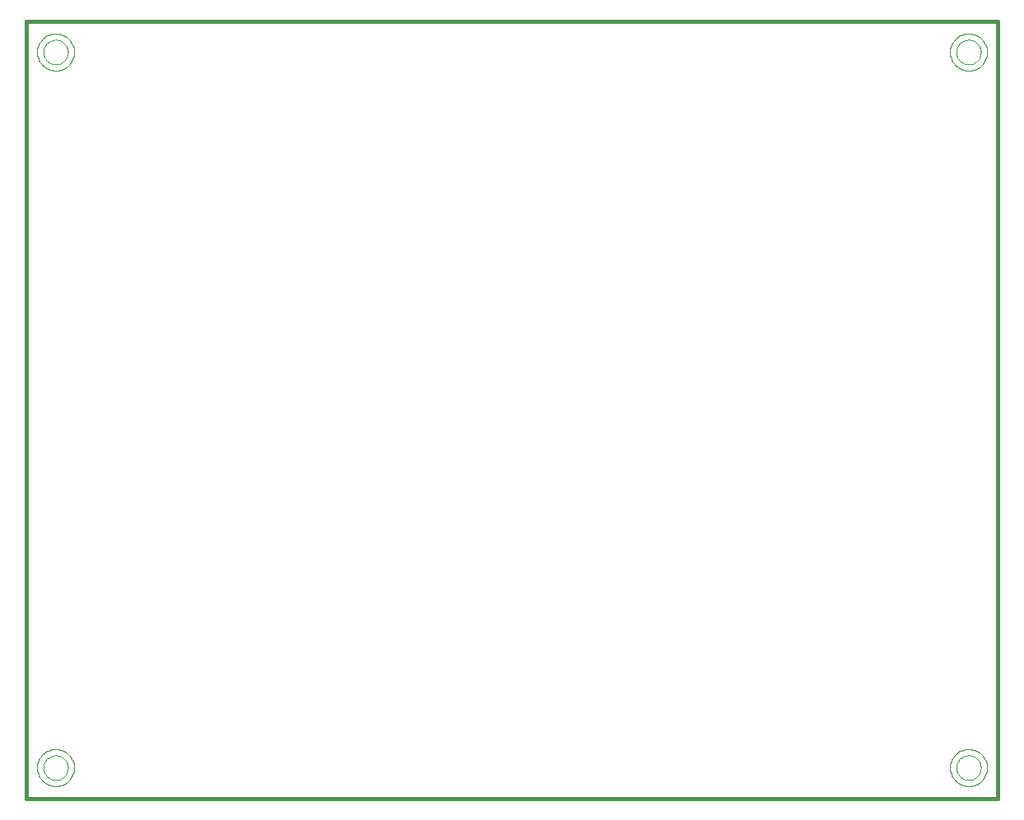
<source format=gbr>
G75*
G70*
%OFA0B0*%
%FSLAX24Y24*%
%IPPOS*%
%LPD*%
%AMOC8*
5,1,8,0,0,1.08239X$1,22.5*
%
%ADD10C,0.0160*%
%ADD11C,0.0000*%
D10*
X000190Y002757D02*
X000190Y034253D01*
X039560Y034253D01*
X039560Y002757D01*
X000190Y002757D01*
D11*
X000875Y004005D02*
X000877Y004050D01*
X000883Y004096D01*
X000894Y004140D01*
X000908Y004183D01*
X000926Y004225D01*
X000948Y004265D01*
X000973Y004303D01*
X001002Y004338D01*
X001034Y004370D01*
X001068Y004400D01*
X001106Y004426D01*
X001145Y004449D01*
X001186Y004468D01*
X001229Y004483D01*
X001273Y004495D01*
X001318Y004502D01*
X001364Y004505D01*
X001409Y004504D01*
X001454Y004499D01*
X001499Y004489D01*
X001542Y004476D01*
X001585Y004459D01*
X001625Y004438D01*
X001663Y004413D01*
X001699Y004386D01*
X001733Y004355D01*
X001763Y004321D01*
X001790Y004284D01*
X001814Y004245D01*
X001834Y004204D01*
X001850Y004162D01*
X001862Y004118D01*
X001870Y004073D01*
X001874Y004028D01*
X001874Y003982D01*
X001870Y003937D01*
X001862Y003892D01*
X001850Y003848D01*
X001834Y003806D01*
X001814Y003765D01*
X001790Y003726D01*
X001763Y003689D01*
X001733Y003655D01*
X001699Y003624D01*
X001663Y003597D01*
X001625Y003572D01*
X001585Y003551D01*
X001542Y003534D01*
X001499Y003521D01*
X001454Y003511D01*
X001409Y003506D01*
X001364Y003505D01*
X001318Y003508D01*
X001273Y003515D01*
X001229Y003527D01*
X001186Y003542D01*
X001145Y003561D01*
X001106Y003584D01*
X001068Y003610D01*
X001034Y003640D01*
X001002Y003672D01*
X000973Y003707D01*
X000948Y003745D01*
X000926Y003785D01*
X000908Y003827D01*
X000894Y003870D01*
X000883Y003914D01*
X000877Y003960D01*
X000875Y004005D01*
X000625Y004005D02*
X000628Y004073D01*
X000637Y004141D01*
X000653Y004207D01*
X000674Y004272D01*
X000701Y004335D01*
X000734Y004395D01*
X000772Y004451D01*
X000815Y004504D01*
X000863Y004553D01*
X000915Y004597D01*
X000971Y004637D01*
X001030Y004671D01*
X001092Y004700D01*
X001156Y004722D01*
X001222Y004739D01*
X001290Y004750D01*
X001358Y004755D01*
X001426Y004753D01*
X001494Y004745D01*
X001561Y004732D01*
X001626Y004712D01*
X001689Y004686D01*
X001750Y004655D01*
X001808Y004618D01*
X001861Y004576D01*
X001911Y004529D01*
X001957Y004478D01*
X001997Y004423D01*
X002033Y004365D01*
X002063Y004304D01*
X002087Y004240D01*
X002106Y004174D01*
X002118Y004107D01*
X002124Y004039D01*
X002124Y003971D01*
X002118Y003903D01*
X002106Y003836D01*
X002087Y003770D01*
X002063Y003706D01*
X002033Y003645D01*
X001997Y003587D01*
X001957Y003532D01*
X001911Y003481D01*
X001861Y003434D01*
X001808Y003392D01*
X001750Y003355D01*
X001689Y003324D01*
X001626Y003298D01*
X001561Y003278D01*
X001494Y003265D01*
X001426Y003257D01*
X001358Y003255D01*
X001290Y003260D01*
X001222Y003271D01*
X001156Y003288D01*
X001092Y003310D01*
X001030Y003339D01*
X000971Y003373D01*
X000915Y003413D01*
X000863Y003457D01*
X000815Y003506D01*
X000772Y003559D01*
X000734Y003615D01*
X000701Y003675D01*
X000674Y003738D01*
X000653Y003803D01*
X000637Y003869D01*
X000628Y003937D01*
X000625Y004005D01*
X000875Y033005D02*
X000877Y033050D01*
X000883Y033096D01*
X000894Y033140D01*
X000908Y033183D01*
X000926Y033225D01*
X000948Y033265D01*
X000973Y033303D01*
X001002Y033338D01*
X001034Y033370D01*
X001068Y033400D01*
X001106Y033426D01*
X001145Y033449D01*
X001186Y033468D01*
X001229Y033483D01*
X001273Y033495D01*
X001318Y033502D01*
X001364Y033505D01*
X001409Y033504D01*
X001454Y033499D01*
X001499Y033489D01*
X001542Y033476D01*
X001585Y033459D01*
X001625Y033438D01*
X001663Y033413D01*
X001699Y033386D01*
X001733Y033355D01*
X001763Y033321D01*
X001790Y033284D01*
X001814Y033245D01*
X001834Y033204D01*
X001850Y033162D01*
X001862Y033118D01*
X001870Y033073D01*
X001874Y033028D01*
X001874Y032982D01*
X001870Y032937D01*
X001862Y032892D01*
X001850Y032848D01*
X001834Y032806D01*
X001814Y032765D01*
X001790Y032726D01*
X001763Y032689D01*
X001733Y032655D01*
X001699Y032624D01*
X001663Y032597D01*
X001625Y032572D01*
X001585Y032551D01*
X001542Y032534D01*
X001499Y032521D01*
X001454Y032511D01*
X001409Y032506D01*
X001364Y032505D01*
X001318Y032508D01*
X001273Y032515D01*
X001229Y032527D01*
X001186Y032542D01*
X001145Y032561D01*
X001106Y032584D01*
X001068Y032610D01*
X001034Y032640D01*
X001002Y032672D01*
X000973Y032707D01*
X000948Y032745D01*
X000926Y032785D01*
X000908Y032827D01*
X000894Y032870D01*
X000883Y032914D01*
X000877Y032960D01*
X000875Y033005D01*
X000625Y033005D02*
X000628Y033073D01*
X000637Y033141D01*
X000653Y033207D01*
X000674Y033272D01*
X000701Y033335D01*
X000734Y033395D01*
X000772Y033451D01*
X000815Y033504D01*
X000863Y033553D01*
X000915Y033597D01*
X000971Y033637D01*
X001030Y033671D01*
X001092Y033700D01*
X001156Y033722D01*
X001222Y033739D01*
X001290Y033750D01*
X001358Y033755D01*
X001426Y033753D01*
X001494Y033745D01*
X001561Y033732D01*
X001626Y033712D01*
X001689Y033686D01*
X001750Y033655D01*
X001808Y033618D01*
X001861Y033576D01*
X001911Y033529D01*
X001957Y033478D01*
X001997Y033423D01*
X002033Y033365D01*
X002063Y033304D01*
X002087Y033240D01*
X002106Y033174D01*
X002118Y033107D01*
X002124Y033039D01*
X002124Y032971D01*
X002118Y032903D01*
X002106Y032836D01*
X002087Y032770D01*
X002063Y032706D01*
X002033Y032645D01*
X001997Y032587D01*
X001957Y032532D01*
X001911Y032481D01*
X001861Y032434D01*
X001808Y032392D01*
X001750Y032355D01*
X001689Y032324D01*
X001626Y032298D01*
X001561Y032278D01*
X001494Y032265D01*
X001426Y032257D01*
X001358Y032255D01*
X001290Y032260D01*
X001222Y032271D01*
X001156Y032288D01*
X001092Y032310D01*
X001030Y032339D01*
X000971Y032373D01*
X000915Y032413D01*
X000863Y032457D01*
X000815Y032506D01*
X000772Y032559D01*
X000734Y032615D01*
X000701Y032675D01*
X000674Y032738D01*
X000653Y032803D01*
X000637Y032869D01*
X000628Y032937D01*
X000625Y033005D01*
X037875Y033005D02*
X037877Y033050D01*
X037883Y033096D01*
X037894Y033140D01*
X037908Y033183D01*
X037926Y033225D01*
X037948Y033265D01*
X037973Y033303D01*
X038002Y033338D01*
X038034Y033370D01*
X038068Y033400D01*
X038106Y033426D01*
X038145Y033449D01*
X038186Y033468D01*
X038229Y033483D01*
X038273Y033495D01*
X038318Y033502D01*
X038364Y033505D01*
X038409Y033504D01*
X038454Y033499D01*
X038499Y033489D01*
X038542Y033476D01*
X038585Y033459D01*
X038625Y033438D01*
X038663Y033413D01*
X038699Y033386D01*
X038733Y033355D01*
X038763Y033321D01*
X038790Y033284D01*
X038814Y033245D01*
X038834Y033204D01*
X038850Y033162D01*
X038862Y033118D01*
X038870Y033073D01*
X038874Y033028D01*
X038874Y032982D01*
X038870Y032937D01*
X038862Y032892D01*
X038850Y032848D01*
X038834Y032806D01*
X038814Y032765D01*
X038790Y032726D01*
X038763Y032689D01*
X038733Y032655D01*
X038699Y032624D01*
X038663Y032597D01*
X038625Y032572D01*
X038585Y032551D01*
X038542Y032534D01*
X038499Y032521D01*
X038454Y032511D01*
X038409Y032506D01*
X038364Y032505D01*
X038318Y032508D01*
X038273Y032515D01*
X038229Y032527D01*
X038186Y032542D01*
X038145Y032561D01*
X038106Y032584D01*
X038068Y032610D01*
X038034Y032640D01*
X038002Y032672D01*
X037973Y032707D01*
X037948Y032745D01*
X037926Y032785D01*
X037908Y032827D01*
X037894Y032870D01*
X037883Y032914D01*
X037877Y032960D01*
X037875Y033005D01*
X037625Y033005D02*
X037628Y033073D01*
X037637Y033141D01*
X037653Y033207D01*
X037674Y033272D01*
X037701Y033335D01*
X037734Y033395D01*
X037772Y033451D01*
X037815Y033504D01*
X037863Y033553D01*
X037915Y033597D01*
X037971Y033637D01*
X038030Y033671D01*
X038092Y033700D01*
X038156Y033722D01*
X038222Y033739D01*
X038290Y033750D01*
X038358Y033755D01*
X038426Y033753D01*
X038494Y033745D01*
X038561Y033732D01*
X038626Y033712D01*
X038689Y033686D01*
X038750Y033655D01*
X038808Y033618D01*
X038861Y033576D01*
X038911Y033529D01*
X038957Y033478D01*
X038997Y033423D01*
X039033Y033365D01*
X039063Y033304D01*
X039087Y033240D01*
X039106Y033174D01*
X039118Y033107D01*
X039124Y033039D01*
X039124Y032971D01*
X039118Y032903D01*
X039106Y032836D01*
X039087Y032770D01*
X039063Y032706D01*
X039033Y032645D01*
X038997Y032587D01*
X038957Y032532D01*
X038911Y032481D01*
X038861Y032434D01*
X038808Y032392D01*
X038750Y032355D01*
X038689Y032324D01*
X038626Y032298D01*
X038561Y032278D01*
X038494Y032265D01*
X038426Y032257D01*
X038358Y032255D01*
X038290Y032260D01*
X038222Y032271D01*
X038156Y032288D01*
X038092Y032310D01*
X038030Y032339D01*
X037971Y032373D01*
X037915Y032413D01*
X037863Y032457D01*
X037815Y032506D01*
X037772Y032559D01*
X037734Y032615D01*
X037701Y032675D01*
X037674Y032738D01*
X037653Y032803D01*
X037637Y032869D01*
X037628Y032937D01*
X037625Y033005D01*
X037875Y004005D02*
X037877Y004050D01*
X037883Y004096D01*
X037894Y004140D01*
X037908Y004183D01*
X037926Y004225D01*
X037948Y004265D01*
X037973Y004303D01*
X038002Y004338D01*
X038034Y004370D01*
X038068Y004400D01*
X038106Y004426D01*
X038145Y004449D01*
X038186Y004468D01*
X038229Y004483D01*
X038273Y004495D01*
X038318Y004502D01*
X038364Y004505D01*
X038409Y004504D01*
X038454Y004499D01*
X038499Y004489D01*
X038542Y004476D01*
X038585Y004459D01*
X038625Y004438D01*
X038663Y004413D01*
X038699Y004386D01*
X038733Y004355D01*
X038763Y004321D01*
X038790Y004284D01*
X038814Y004245D01*
X038834Y004204D01*
X038850Y004162D01*
X038862Y004118D01*
X038870Y004073D01*
X038874Y004028D01*
X038874Y003982D01*
X038870Y003937D01*
X038862Y003892D01*
X038850Y003848D01*
X038834Y003806D01*
X038814Y003765D01*
X038790Y003726D01*
X038763Y003689D01*
X038733Y003655D01*
X038699Y003624D01*
X038663Y003597D01*
X038625Y003572D01*
X038585Y003551D01*
X038542Y003534D01*
X038499Y003521D01*
X038454Y003511D01*
X038409Y003506D01*
X038364Y003505D01*
X038318Y003508D01*
X038273Y003515D01*
X038229Y003527D01*
X038186Y003542D01*
X038145Y003561D01*
X038106Y003584D01*
X038068Y003610D01*
X038034Y003640D01*
X038002Y003672D01*
X037973Y003707D01*
X037948Y003745D01*
X037926Y003785D01*
X037908Y003827D01*
X037894Y003870D01*
X037883Y003914D01*
X037877Y003960D01*
X037875Y004005D01*
X037625Y004005D02*
X037628Y004073D01*
X037637Y004141D01*
X037653Y004207D01*
X037674Y004272D01*
X037701Y004335D01*
X037734Y004395D01*
X037772Y004451D01*
X037815Y004504D01*
X037863Y004553D01*
X037915Y004597D01*
X037971Y004637D01*
X038030Y004671D01*
X038092Y004700D01*
X038156Y004722D01*
X038222Y004739D01*
X038290Y004750D01*
X038358Y004755D01*
X038426Y004753D01*
X038494Y004745D01*
X038561Y004732D01*
X038626Y004712D01*
X038689Y004686D01*
X038750Y004655D01*
X038808Y004618D01*
X038861Y004576D01*
X038911Y004529D01*
X038957Y004478D01*
X038997Y004423D01*
X039033Y004365D01*
X039063Y004304D01*
X039087Y004240D01*
X039106Y004174D01*
X039118Y004107D01*
X039124Y004039D01*
X039124Y003971D01*
X039118Y003903D01*
X039106Y003836D01*
X039087Y003770D01*
X039063Y003706D01*
X039033Y003645D01*
X038997Y003587D01*
X038957Y003532D01*
X038911Y003481D01*
X038861Y003434D01*
X038808Y003392D01*
X038750Y003355D01*
X038689Y003324D01*
X038626Y003298D01*
X038561Y003278D01*
X038494Y003265D01*
X038426Y003257D01*
X038358Y003255D01*
X038290Y003260D01*
X038222Y003271D01*
X038156Y003288D01*
X038092Y003310D01*
X038030Y003339D01*
X037971Y003373D01*
X037915Y003413D01*
X037863Y003457D01*
X037815Y003506D01*
X037772Y003559D01*
X037734Y003615D01*
X037701Y003675D01*
X037674Y003738D01*
X037653Y003803D01*
X037637Y003869D01*
X037628Y003937D01*
X037625Y004005D01*
M02*

</source>
